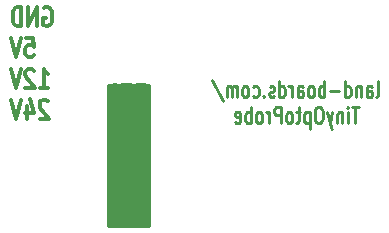
<source format=gbo>
G04 (created by PCBNEW (2013-04-19 BZR 4011)-stable) date 12/08/2014 12:26:49*
%MOIN*%
G04 Gerber Fmt 3.4, Leading zero omitted, Abs format*
%FSLAX34Y34*%
G01*
G70*
G90*
G04 APERTURE LIST*
%ADD10C,0*%
%ADD11C,0.012*%
%ADD12C,0.01*%
%ADD13C,0.025*%
%ADD14C,0.015*%
G04 APERTURE END LIST*
G54D10*
G54D11*
X2742Y-3454D02*
X2790Y-3423D01*
X2861Y-3423D01*
X2933Y-3454D01*
X2980Y-3515D01*
X3004Y-3577D01*
X3028Y-3701D01*
X3028Y-3794D01*
X3004Y-3918D01*
X2980Y-3980D01*
X2933Y-4042D01*
X2861Y-4073D01*
X2814Y-4073D01*
X2742Y-4042D01*
X2719Y-4011D01*
X2719Y-3794D01*
X2814Y-3794D01*
X2504Y-4073D02*
X2504Y-3423D01*
X2219Y-4073D01*
X2219Y-3423D01*
X1980Y-4073D02*
X1980Y-3423D01*
X1861Y-3423D01*
X1790Y-3454D01*
X1742Y-3515D01*
X1719Y-3577D01*
X1695Y-3701D01*
X1695Y-3794D01*
X1719Y-3918D01*
X1742Y-3980D01*
X1790Y-4042D01*
X1861Y-4073D01*
X1980Y-4073D01*
X2147Y-4453D02*
X2385Y-4453D01*
X2409Y-4762D01*
X2385Y-4731D01*
X2338Y-4700D01*
X2219Y-4700D01*
X2171Y-4731D01*
X2147Y-4762D01*
X2123Y-4824D01*
X2123Y-4979D01*
X2147Y-5041D01*
X2171Y-5072D01*
X2219Y-5103D01*
X2338Y-5103D01*
X2385Y-5072D01*
X2409Y-5041D01*
X1980Y-4453D02*
X1814Y-5103D01*
X1647Y-4453D01*
X2600Y-6133D02*
X2885Y-6133D01*
X2742Y-6133D02*
X2742Y-5483D01*
X2790Y-5575D01*
X2838Y-5637D01*
X2885Y-5668D01*
X2409Y-5545D02*
X2385Y-5514D01*
X2338Y-5483D01*
X2219Y-5483D01*
X2171Y-5514D01*
X2147Y-5545D01*
X2123Y-5606D01*
X2123Y-5668D01*
X2147Y-5761D01*
X2433Y-6133D01*
X2123Y-6133D01*
X1980Y-5483D02*
X1814Y-6133D01*
X1647Y-5483D01*
X2885Y-6575D02*
X2861Y-6544D01*
X2814Y-6513D01*
X2695Y-6513D01*
X2647Y-6544D01*
X2623Y-6575D01*
X2600Y-6636D01*
X2600Y-6698D01*
X2623Y-6791D01*
X2909Y-7163D01*
X2600Y-7163D01*
X2171Y-6729D02*
X2171Y-7163D01*
X2290Y-6482D02*
X2409Y-6946D01*
X2100Y-6946D01*
X1980Y-6513D02*
X1814Y-7163D01*
X1647Y-6513D01*
G54D12*
X13826Y-6432D02*
X13864Y-6406D01*
X13883Y-6354D01*
X13883Y-5882D01*
X13502Y-6432D02*
X13502Y-6144D01*
X13521Y-6092D01*
X13559Y-6065D01*
X13635Y-6065D01*
X13673Y-6092D01*
X13502Y-6406D02*
X13540Y-6432D01*
X13635Y-6432D01*
X13673Y-6406D01*
X13692Y-6354D01*
X13692Y-6301D01*
X13673Y-6249D01*
X13635Y-6223D01*
X13540Y-6223D01*
X13502Y-6196D01*
X13311Y-6065D02*
X13311Y-6432D01*
X13311Y-6118D02*
X13292Y-6092D01*
X13254Y-6065D01*
X13197Y-6065D01*
X13159Y-6092D01*
X13140Y-6144D01*
X13140Y-6432D01*
X12778Y-6432D02*
X12778Y-5882D01*
X12778Y-6406D02*
X12816Y-6432D01*
X12892Y-6432D01*
X12930Y-6406D01*
X12950Y-6380D01*
X12969Y-6327D01*
X12969Y-6170D01*
X12950Y-6118D01*
X12930Y-6092D01*
X12892Y-6065D01*
X12816Y-6065D01*
X12778Y-6092D01*
X12588Y-6223D02*
X12283Y-6223D01*
X12092Y-6432D02*
X12092Y-5882D01*
X12092Y-6092D02*
X12054Y-6065D01*
X11978Y-6065D01*
X11940Y-6092D01*
X11921Y-6118D01*
X11902Y-6170D01*
X11902Y-6327D01*
X11921Y-6380D01*
X11940Y-6406D01*
X11978Y-6432D01*
X12054Y-6432D01*
X12092Y-6406D01*
X11673Y-6432D02*
X11711Y-6406D01*
X11730Y-6380D01*
X11750Y-6327D01*
X11750Y-6170D01*
X11730Y-6118D01*
X11711Y-6092D01*
X11673Y-6065D01*
X11616Y-6065D01*
X11578Y-6092D01*
X11559Y-6118D01*
X11540Y-6170D01*
X11540Y-6327D01*
X11559Y-6380D01*
X11578Y-6406D01*
X11616Y-6432D01*
X11673Y-6432D01*
X11197Y-6432D02*
X11197Y-6144D01*
X11216Y-6092D01*
X11254Y-6065D01*
X11330Y-6065D01*
X11369Y-6092D01*
X11197Y-6406D02*
X11235Y-6432D01*
X11330Y-6432D01*
X11369Y-6406D01*
X11388Y-6354D01*
X11388Y-6301D01*
X11369Y-6249D01*
X11330Y-6223D01*
X11235Y-6223D01*
X11197Y-6196D01*
X11007Y-6432D02*
X11007Y-6065D01*
X11007Y-6170D02*
X10988Y-6118D01*
X10969Y-6092D01*
X10930Y-6065D01*
X10892Y-6065D01*
X10588Y-6432D02*
X10588Y-5882D01*
X10588Y-6406D02*
X10626Y-6432D01*
X10702Y-6432D01*
X10740Y-6406D01*
X10759Y-6380D01*
X10778Y-6327D01*
X10778Y-6170D01*
X10759Y-6118D01*
X10740Y-6092D01*
X10702Y-6065D01*
X10626Y-6065D01*
X10588Y-6092D01*
X10416Y-6406D02*
X10378Y-6432D01*
X10302Y-6432D01*
X10264Y-6406D01*
X10245Y-6354D01*
X10245Y-6327D01*
X10264Y-6275D01*
X10302Y-6249D01*
X10359Y-6249D01*
X10397Y-6223D01*
X10416Y-6170D01*
X10416Y-6144D01*
X10397Y-6092D01*
X10359Y-6065D01*
X10302Y-6065D01*
X10264Y-6092D01*
X10073Y-6380D02*
X10054Y-6406D01*
X10073Y-6432D01*
X10092Y-6406D01*
X10073Y-6380D01*
X10073Y-6432D01*
X9711Y-6406D02*
X9750Y-6432D01*
X9826Y-6432D01*
X9864Y-6406D01*
X9883Y-6380D01*
X9902Y-6327D01*
X9902Y-6170D01*
X9883Y-6118D01*
X9864Y-6092D01*
X9826Y-6065D01*
X9750Y-6065D01*
X9711Y-6092D01*
X9483Y-6432D02*
X9521Y-6406D01*
X9540Y-6380D01*
X9559Y-6327D01*
X9559Y-6170D01*
X9540Y-6118D01*
X9521Y-6092D01*
X9483Y-6065D01*
X9426Y-6065D01*
X9388Y-6092D01*
X9369Y-6118D01*
X9350Y-6170D01*
X9350Y-6327D01*
X9369Y-6380D01*
X9388Y-6406D01*
X9426Y-6432D01*
X9483Y-6432D01*
X9178Y-6432D02*
X9178Y-6065D01*
X9178Y-6118D02*
X9159Y-6092D01*
X9121Y-6065D01*
X9064Y-6065D01*
X9026Y-6092D01*
X9007Y-6144D01*
X9007Y-6432D01*
X9007Y-6144D02*
X8988Y-6092D01*
X8950Y-6065D01*
X8892Y-6065D01*
X8854Y-6092D01*
X8835Y-6144D01*
X8835Y-6432D01*
X8359Y-5856D02*
X8702Y-6563D01*
X13235Y-6752D02*
X13007Y-6752D01*
X13121Y-7302D02*
X13121Y-6752D01*
X12873Y-7302D02*
X12873Y-6935D01*
X12873Y-6752D02*
X12892Y-6778D01*
X12873Y-6805D01*
X12854Y-6778D01*
X12873Y-6752D01*
X12873Y-6805D01*
X12683Y-6935D02*
X12683Y-7302D01*
X12683Y-6988D02*
X12664Y-6962D01*
X12626Y-6935D01*
X12569Y-6935D01*
X12530Y-6962D01*
X12511Y-7014D01*
X12511Y-7302D01*
X12359Y-6935D02*
X12264Y-7302D01*
X12169Y-6935D02*
X12264Y-7302D01*
X12302Y-7433D01*
X12321Y-7459D01*
X12359Y-7485D01*
X11940Y-6752D02*
X11864Y-6752D01*
X11826Y-6778D01*
X11788Y-6831D01*
X11769Y-6935D01*
X11769Y-7119D01*
X11788Y-7224D01*
X11826Y-7276D01*
X11864Y-7302D01*
X11940Y-7302D01*
X11978Y-7276D01*
X12016Y-7224D01*
X12035Y-7119D01*
X12035Y-6935D01*
X12016Y-6831D01*
X11978Y-6778D01*
X11940Y-6752D01*
X11597Y-6935D02*
X11597Y-7485D01*
X11597Y-6962D02*
X11559Y-6935D01*
X11483Y-6935D01*
X11445Y-6962D01*
X11426Y-6988D01*
X11407Y-7040D01*
X11407Y-7197D01*
X11426Y-7250D01*
X11445Y-7276D01*
X11483Y-7302D01*
X11559Y-7302D01*
X11597Y-7276D01*
X11292Y-6935D02*
X11140Y-6935D01*
X11235Y-6752D02*
X11235Y-7224D01*
X11216Y-7276D01*
X11178Y-7302D01*
X11140Y-7302D01*
X10949Y-7302D02*
X10988Y-7276D01*
X11007Y-7250D01*
X11026Y-7197D01*
X11026Y-7040D01*
X11007Y-6988D01*
X10988Y-6962D01*
X10949Y-6935D01*
X10892Y-6935D01*
X10854Y-6962D01*
X10835Y-6988D01*
X10816Y-7040D01*
X10816Y-7197D01*
X10835Y-7250D01*
X10854Y-7276D01*
X10892Y-7302D01*
X10949Y-7302D01*
X10645Y-7302D02*
X10645Y-6752D01*
X10492Y-6752D01*
X10454Y-6778D01*
X10435Y-6805D01*
X10416Y-6857D01*
X10416Y-6935D01*
X10435Y-6988D01*
X10454Y-7014D01*
X10492Y-7040D01*
X10645Y-7040D01*
X10245Y-7302D02*
X10245Y-6935D01*
X10245Y-7040D02*
X10226Y-6988D01*
X10207Y-6962D01*
X10169Y-6935D01*
X10130Y-6935D01*
X9940Y-7302D02*
X9978Y-7276D01*
X9997Y-7250D01*
X10016Y-7197D01*
X10016Y-7040D01*
X9997Y-6988D01*
X9978Y-6962D01*
X9940Y-6935D01*
X9883Y-6935D01*
X9845Y-6962D01*
X9826Y-6988D01*
X9807Y-7040D01*
X9807Y-7197D01*
X9826Y-7250D01*
X9845Y-7276D01*
X9883Y-7302D01*
X9940Y-7302D01*
X9635Y-7302D02*
X9635Y-6752D01*
X9635Y-6962D02*
X9597Y-6935D01*
X9521Y-6935D01*
X9483Y-6962D01*
X9464Y-6988D01*
X9445Y-7040D01*
X9445Y-7197D01*
X9464Y-7250D01*
X9483Y-7276D01*
X9521Y-7302D01*
X9597Y-7302D01*
X9635Y-7276D01*
X9121Y-7276D02*
X9159Y-7302D01*
X9235Y-7302D01*
X9273Y-7276D01*
X9292Y-7224D01*
X9292Y-7014D01*
X9273Y-6962D01*
X9235Y-6935D01*
X9159Y-6935D01*
X9121Y-6962D01*
X9102Y-7014D01*
X9102Y-7066D01*
X9292Y-7119D01*
G54D13*
X5120Y-6100D02*
X5120Y-10600D01*
X5120Y-10600D02*
X5370Y-10600D01*
X5370Y-10600D02*
X5370Y-6100D01*
X5370Y-6100D02*
X5620Y-6100D01*
X5620Y-6100D02*
X5620Y-10650D01*
X5620Y-10650D02*
X5870Y-10650D01*
X5870Y-10650D02*
X5870Y-6100D01*
X5870Y-6100D02*
X6070Y-6100D01*
X6070Y-6100D02*
X6070Y-10600D01*
G54D14*
X4920Y-10700D02*
X4920Y-6050D01*
X4920Y-6050D02*
X6220Y-6050D01*
X6220Y-6050D02*
X6220Y-10700D01*
X6220Y-10700D02*
X4920Y-10700D01*
M02*

</source>
